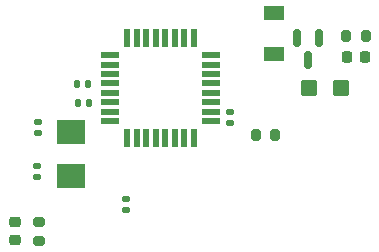
<source format=gbr>
%TF.GenerationSoftware,KiCad,Pcbnew,(6.0.7-1)-1*%
%TF.CreationDate,2023-01-08T16:55:42-05:00*%
%TF.ProjectId,atmega328,61746d65-6761-4333-9238-2e6b69636164,rev?*%
%TF.SameCoordinates,Original*%
%TF.FileFunction,Paste,Top*%
%TF.FilePolarity,Positive*%
%FSLAX46Y46*%
G04 Gerber Fmt 4.6, Leading zero omitted, Abs format (unit mm)*
G04 Created by KiCad (PCBNEW (6.0.7-1)-1) date 2023-01-08 16:55:42*
%MOMM*%
%LPD*%
G01*
G04 APERTURE LIST*
G04 Aperture macros list*
%AMRoundRect*
0 Rectangle with rounded corners*
0 $1 Rounding radius*
0 $2 $3 $4 $5 $6 $7 $8 $9 X,Y pos of 4 corners*
0 Add a 4 corners polygon primitive as box body*
4,1,4,$2,$3,$4,$5,$6,$7,$8,$9,$2,$3,0*
0 Add four circle primitives for the rounded corners*
1,1,$1+$1,$2,$3*
1,1,$1+$1,$4,$5*
1,1,$1+$1,$6,$7*
1,1,$1+$1,$8,$9*
0 Add four rect primitives between the rounded corners*
20,1,$1+$1,$2,$3,$4,$5,0*
20,1,$1+$1,$4,$5,$6,$7,0*
20,1,$1+$1,$6,$7,$8,$9,0*
20,1,$1+$1,$8,$9,$2,$3,0*%
G04 Aperture macros list end*
%ADD10RoundRect,0.140000X-0.170000X0.140000X-0.170000X-0.140000X0.170000X-0.140000X0.170000X0.140000X0*%
%ADD11RoundRect,0.140000X0.140000X0.170000X-0.140000X0.170000X-0.140000X-0.170000X0.140000X-0.170000X0*%
%ADD12RoundRect,0.218750X0.256250X-0.218750X0.256250X0.218750X-0.256250X0.218750X-0.256250X-0.218750X0*%
%ADD13RoundRect,0.200000X-0.200000X-0.275000X0.200000X-0.275000X0.200000X0.275000X-0.200000X0.275000X0*%
%ADD14R,1.600000X0.550000*%
%ADD15R,0.550000X1.600000*%
%ADD16RoundRect,0.225000X-0.225000X-0.250000X0.225000X-0.250000X0.225000X0.250000X-0.225000X0.250000X0*%
%ADD17RoundRect,0.140000X0.170000X-0.140000X0.170000X0.140000X-0.170000X0.140000X-0.170000X-0.140000X0*%
%ADD18RoundRect,0.250000X-0.450000X-0.425000X0.450000X-0.425000X0.450000X0.425000X-0.450000X0.425000X0*%
%ADD19RoundRect,0.200000X-0.275000X0.200000X-0.275000X-0.200000X0.275000X-0.200000X0.275000X0.200000X0*%
%ADD20R,2.400000X2.000000*%
%ADD21RoundRect,0.150000X-0.150000X0.587500X-0.150000X-0.587500X0.150000X-0.587500X0.150000X0.587500X0*%
%ADD22R,1.700000X1.300000*%
G04 APERTURE END LIST*
D10*
%TO.C,C8*%
X139780000Y-104660000D03*
X139780000Y-105620000D03*
%TD*%
D11*
%TO.C,C3*%
X136530000Y-94950000D03*
X135570000Y-94950000D03*
%TD*%
D10*
%TO.C,C5*%
X148600000Y-97270000D03*
X148600000Y-98230000D03*
%TD*%
D11*
%TO.C,C4*%
X136640000Y-96490000D03*
X135680000Y-96490000D03*
%TD*%
D12*
%TO.C,D2*%
X130326800Y-108127700D03*
X130326800Y-106552700D03*
%TD*%
D13*
%TO.C,R1*%
X158384800Y-90834400D03*
X160034800Y-90834400D03*
%TD*%
D14*
%TO.C,U1*%
X138420000Y-92460000D03*
X138420000Y-93260000D03*
X138420000Y-94060000D03*
X138420000Y-94860000D03*
X138420000Y-95660000D03*
X138420000Y-96460000D03*
X138420000Y-97260000D03*
X138420000Y-98060000D03*
D15*
X139870000Y-99510000D03*
X140670000Y-99510000D03*
X141470000Y-99510000D03*
X142270000Y-99510000D03*
X143070000Y-99510000D03*
X143870000Y-99510000D03*
X144670000Y-99510000D03*
X145470000Y-99510000D03*
D14*
X146920000Y-98060000D03*
X146920000Y-97260000D03*
X146920000Y-96460000D03*
X146920000Y-95660000D03*
X146920000Y-94860000D03*
X146920000Y-94060000D03*
X146920000Y-93260000D03*
X146920000Y-92460000D03*
D15*
X145470000Y-91010000D03*
X144670000Y-91010000D03*
X143870000Y-91010000D03*
X143070000Y-91010000D03*
X142270000Y-91010000D03*
X141470000Y-91010000D03*
X140670000Y-91010000D03*
X139870000Y-91010000D03*
%TD*%
D16*
%TO.C,C1*%
X158424800Y-92624400D03*
X159974800Y-92624400D03*
%TD*%
D17*
%TO.C,C6*%
X132334800Y-99079400D03*
X132334800Y-98119400D03*
%TD*%
D18*
%TO.C,C2*%
X155224800Y-95249400D03*
X157924800Y-95249400D03*
%TD*%
D13*
%TO.C,R2*%
X150750000Y-99200000D03*
X152400000Y-99200000D03*
%TD*%
D17*
%TO.C,C7*%
X132260000Y-102780000D03*
X132260000Y-101820000D03*
%TD*%
D19*
%TO.C,R3*%
X132349800Y-106574400D03*
X132349800Y-108224400D03*
%TD*%
D20*
%TO.C,Y1*%
X135084800Y-99014400D03*
X135084800Y-102714400D03*
%TD*%
D21*
%TO.C,Q1*%
X156124800Y-90996900D03*
X154224800Y-90996900D03*
X155174800Y-92871900D03*
%TD*%
D22*
%TO.C,D1*%
X152250000Y-92400000D03*
X152250000Y-88900000D03*
%TD*%
M02*

</source>
